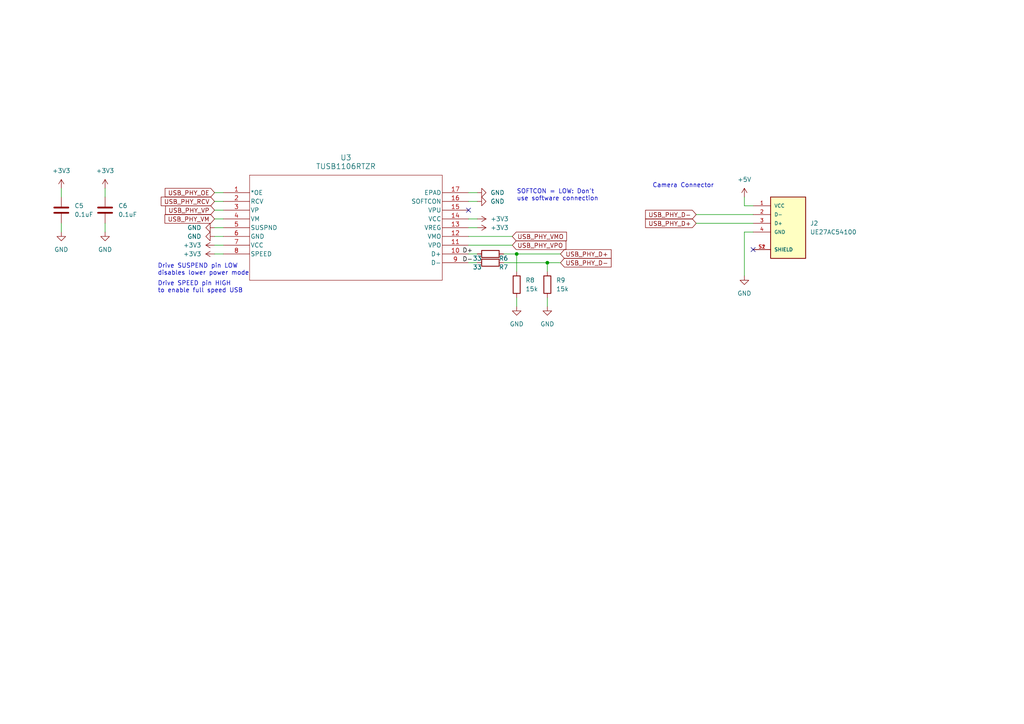
<source format=kicad_sch>
(kicad_sch (version 20231120) (generator "eeschema") (generator_version "8.0")
  (paper "A4")
  (lib_symbols
    (symbol "Device:C" (pin_numbers hide) (pin_names (offset 0.254))
      (property "Reference" "C" (at 0.635 2.54 0))
      (property "Value" "C" (at 0.635 -2.54 0))
      (symbol "C_0_1"
        (polyline (pts (xy -2.032 -0.762) (xy 2.032 -0.762)) (stroke (width 0.508)))
        (polyline (pts (xy -2.032 0.762) (xy 2.032 0.762)) (stroke (width 0.508)))
      )
      (symbol "C_1_1"
        (pin passive line (at 0 3.81 270) (length 2.794) (name "~") (number "1"))
        (pin passive line (at 0 -3.81 90) (length 2.794) (name "~") (number "2"))
      )
    )
    (symbol "Device:R" (pin_numbers hide) (pin_names (offset 0))
      (property "Reference" "R" (at 2.032 0 90))
      (property "Value" "R" (at 0 0 90))
      (symbol "R_0_1"
        (rectangle (start -1.016 -2.54) (end 1.016 2.54) (stroke (width 0.254)))
      )
      (symbol "R_1_1"
        (pin passive line (at 0 3.81 270) (length 1.27) (name "~") (number "1"))
        (pin passive line (at 0 -3.81 90) (length 1.27) (name "~") (number "2"))
      )
    )
    (symbol "TUSB1106RTZR:TUSB1106RTZR" (pin_names (offset 0.254))
      (property "Reference" "U" (at 35.56 10.16 0))
      (property "Value" "TUSB1106RTZR" (at 35.56 7.62 0))
      (symbol "TUSB1106RTZR_0_1"
        (polyline (pts (xy 7.62 -25.4) (xy 63.5 -25.4)) (stroke (width 0.127)))
        (polyline (pts (xy 7.62 5.08) (xy 7.62 -25.4)) (stroke (width 0.127)))
        (polyline (pts (xy 63.5 -25.4) (xy 63.5 5.08)) (stroke (width 0.127)))
        (polyline (pts (xy 63.5 5.08) (xy 7.62 5.08)) (stroke (width 0.127)))
        (pin input line (at 0 0 0) (length 7.62) (name "*OE") (number "1"))
        (pin bidirectional line (at 71.12 -17.78 180) (length 7.62) (name "D+") (number "10"))
        (pin unspecified line (at 71.12 -15.24 180) (length 7.62) (name "VPO") (number "11"))
        (pin unspecified line (at 71.12 -12.7 180) (length 7.62) (name "VMO") (number "12"))
        (pin power_in line (at 71.12 -10.16 180) (length 7.62) (name "VREG") (number "13"))
        (pin power_in line (at 71.12 -7.62 180) (length 7.62) (name "VCC") (number "14"))
        (pin power_in line (at 71.12 -5.08 180) (length 7.62) (name "VPU") (number "15"))
        (pin input line (at 71.12 -2.54 180) (length 7.62) (name "SOFTCON") (number "16"))
        (pin unspecified line (at 71.12 0 180) (length 7.62) (name "EPAD") (number "17"))
        (pin output line (at 0 -2.54 0) (length 7.62) (name "RCV") (number "2"))
        (pin output line (at 0 -5.08 0) (length 7.62) (name "VP") (number "3"))
        (pin output line (at 0 -7.62 0) (length 7.62) (name "VM") (number "4"))
        (pin input line (at 0 -10.16 0) (length 7.62) (name "SUSPND") (number "5"))
        (pin power_in line (at 0 -12.7 0) (length 7.62) (name "GND") (number "6"))
        (pin power_in line (at 0 -15.24 0) (length 7.62) (name "VCC") (number "7"))
        (pin input line (at 0 -17.78 0) (length 7.62) (name "SPEED") (number "8"))
        (pin bidirectional line (at 71.12 -20.32 180) (length 7.62) (name "D-") (number "9"))
      )
    )
    (symbol "UE27AC54100:UE27AC54100" (pin_names (offset 1.016))
      (property "Reference" "J" (at -5.08 8.89 0))
      (property "Value" "UE27AC54100" (at -5.08 -12.7 0))
      (symbol "UE27AC54100_0_0"
        (rectangle (start -5.08 -10.16) (end 5.08 7.62) (stroke (width 0.254)) (fill (type background)))
        (pin power_in line (at -10.16 5.08 0) (length 5.08) (name "VCC") (number "1"))
        (pin bidirectional line (at -10.16 2.54 0) (length 5.08) (name "D-") (number "2"))
        (pin bidirectional line (at -10.16 0 0) (length 5.08) (name "D+") (number "3"))
        (pin power_in line (at -10.16 -2.54 0) (length 5.08) (name "GND") (number "4"))
        (pin passive line (at -10.16 -7.62 0) (length 5.08) (name "SHIELD") (number "S1"))
        (pin passive line (at -10.16 -7.62 0) (length 5.08) (name "SHIELD") (number "S2"))
      )
    )
    (symbol "power:+3V3" (power) (pin_names (offset 0))
      (property "Value" "+3V3" (at 0 3.556 0))
      (symbol "+3V3_0_1"
        (polyline (pts (xy -0.762 1.27) (xy 0 2.54)))
        (polyline (pts (xy 0 0) (xy 0 2.54)))
        (polyline (pts (xy 0 2.54) (xy 0.762 1.27)))
      )
      (symbol "+3V3_1_1"
        (pin power_in line (at 0 0 90) (length 0) hide (name "+3V3") (number "1"))
      )
    )
    (symbol "power:+5V" (power) (pin_names (offset 0))
      (property "Value" "+5V" (at 0 3.556 0))
      (symbol "+5V_0_1"
        (polyline (pts (xy -0.762 1.27) (xy 0 2.54)))
        (polyline (pts (xy 0 0) (xy 0 2.54)))
        (polyline (pts (xy 0 2.54) (xy 0.762 1.27)))
      )
      (symbol "+5V_1_1"
        (pin power_in line (at 0 0 90) (length 0) hide (name "+5V") (number "1"))
      )
    )
    (symbol "power:GND" (power) (pin_names (offset 0))
      (property "Value" "GND" (at 0 -3.81 0))
      (symbol "GND_0_1"
        (polyline (pts (xy 0 0) (xy 0 -1.27) (xy 1.27 -1.27) (xy 0 -2.54) (xy -1.27 -1.27) (xy 0 -1.27)))
      )
      (symbol "GND_1_1"
        (pin power_in line (at 0 0 270) (length 0) hide (name "GND") (number "1"))
      )
    )
  )
  (junction (at 158.75 76.2))
  (junction (at 149.86 73.66))
  (no_connect (at 218.44 72.39))
  (no_connect (at 135.89 60.96))
  (wire (pts (xy 62.23 66.04) (xy 64.77 66.04)))
  (wire (pts (xy 62.23 68.58) (xy 64.77 68.58)))
  (wire (pts (xy 215.9 59.69) (xy 218.44 59.69)))
  (wire (pts (xy 215.9 67.31) (xy 215.9 80.01)))
  (wire (pts (xy 215.9 67.31) (xy 218.44 67.31)))
  (wire (pts (xy 135.89 58.42) (xy 138.43 58.42)))
  (wire (pts (xy 201.93 64.77) (xy 218.44 64.77)))
  (wire (pts (xy 158.75 76.2) (xy 158.75 78.74)))
  (wire (pts (xy 62.23 71.12) (xy 64.77 71.12)))
  (wire (pts (xy 146.05 73.66) (xy 149.86 73.66)))
  (wire (pts (xy 158.75 86.36) (xy 158.75 88.9)))
  (wire (pts (xy 17.78 64.77) (xy 17.78 67.31)))
  (wire (pts (xy 135.89 68.58) (xy 148.59 68.58)))
  (wire (pts (xy 149.86 73.66) (xy 149.86 78.74)))
  (wire (pts (xy 149.86 73.66) (xy 162.56 73.66)))
  (wire (pts (xy 62.23 55.88) (xy 64.77 55.88)))
  (wire (pts (xy 149.86 86.36) (xy 149.86 88.9)))
  (wire (pts (xy 62.23 60.96) (xy 64.77 60.96)))
  (wire (pts (xy 135.89 71.12) (xy 148.59 71.12)))
  (wire (pts (xy 215.9 57.15) (xy 215.9 59.69)))
  (wire (pts (xy 62.23 58.42) (xy 64.77 58.42)))
  (wire (pts (xy 30.48 54.61) (xy 30.48 57.15)))
  (wire (pts (xy 135.89 73.66) (xy 138.43 73.66)))
  (wire (pts (xy 62.23 63.5) (xy 64.77 63.5)))
  (wire (pts (xy 135.89 63.5) (xy 138.43 63.5)))
  (wire (pts (xy 201.93 62.23) (xy 218.44 62.23)))
  (wire (pts (xy 17.78 54.61) (xy 17.78 57.15)))
  (wire (pts (xy 135.89 76.2) (xy 138.43 76.2)))
  (wire (pts (xy 146.05 76.2) (xy 158.75 76.2)))
  (wire (pts (xy 135.89 66.04) (xy 138.43 66.04)))
  (wire (pts (xy 135.89 55.88) (xy 138.43 55.88)))
  (wire (pts (xy 158.75 76.2) (xy 162.56 76.2)))
  (wire (pts (xy 30.48 64.77) (xy 30.48 67.31)))
  (wire (pts (xy 62.23 73.66) (xy 64.77 73.66)))
  (text "Drive SPEED pin HIGH\nto enable full speed USB" (at 45.72 85.09 0) (effects (font (size 1.27 1.27)) (justify left bottom)))
  (text "Drive SUSPEND pin LOW\ndisables lower power mode" (at 45.72 80.01 0) (effects (font (size 1.27 1.27)) (justify left bottom)))
  (text "Camera Connector" (at 189.23 54.61 0) (effects (font (size 1.27 1.27)) (justify left bottom)))
  (text "SOFTCON = LOW: Don't\nuse software connection" (at 149.86 58.42 0) (effects (font (size 1.27 1.27)) (justify left bottom)))
  (label "D+" (at 137.16 73.66 180))
  (label "D-" (at 137.16 76.2 180))
  (global_label "USB_PHY_D-" (shape input) (at 201.93 62.23 180) (property "Intersheetrefs" "${INTERSHEET_REFS}" (effects (hide yes))))
  (global_label "USB_PHY_OE" (shape input) (at 62.23 55.88 180) (property "Intersheetrefs" "${INTERSHEET_REFS}" (effects (hide yes))))
  (global_label "USB_PHY_D-" (shape input) (at 162.56 76.2 0) (property "Intersheetrefs" "${INTERSHEET_REFS}" (effects (hide yes))))
  (global_label "USB_PHY_D+" (shape input) (at 201.93 64.77 180) (property "Intersheetrefs" "${INTERSHEET_REFS}" (effects (hide yes))))
  (global_label "USB_PHY_RCV" (shape input) (at 62.23 58.42 180) (property "Intersheetrefs" "${INTERSHEET_REFS}" (effects (hide yes))))
  (global_label "USB_PHY_VMO" (shape input) (at 148.59 68.58 0) (property "Intersheetrefs" "${INTERSHEET_REFS}" (effects (hide yes))))
  (global_label "USB_PHY_VP" (shape input) (at 62.23 60.96 180) (property "Intersheetrefs" "${INTERSHEET_REFS}" (effects (hide yes))))
  (global_label "USB_PHY_VM" (shape input) (at 62.23 63.5 180) (property "Intersheetrefs" "${INTERSHEET_REFS}" (effects (hide yes))))
  (global_label "USB_PHY_D+" (shape input) (at 162.56 73.66 0) (property "Intersheetrefs" "${INTERSHEET_REFS}" (effects (hide yes))))
  (global_label "USB_PHY_VPO" (shape input) (at 148.59 71.12 0) (property "Intersheetrefs" "${INTERSHEET_REFS}" (effects (hide yes))))
  (symbol (lib_id "power:GND") (at 62.23 68.58 270) (unit 1)
    (property "Reference" "#PWR021" (effects (hide yes)))
    (property "Value" "GND" (at 58.42 68.58 90) (effects (justify right)))
  )
  (symbol (lib_id "TUSB1106RTZR:TUSB1106RTZR") (at 64.77 55.88 0) (unit 1)
    (property "Reference" "U3" (at 100.33 45.72 0) (effects (font (size 1.524 1.524))))
    (property "Value" "TUSB1106RTZR" (at 100.33 48.26 0) (effects (font (size 1.524 1.524))))
    (property "Footprint" "footprints:Texas_Instruments-TUSB1106RTZR-Manufacturer_Recommended" (effects (hide yes)))
    (property "Datasheet" "TUSB1106RTZR" (effects (hide yes)))
  )
  (symbol (lib_id "power:+3V3") (at 30.48 54.61 0) (unit 1)
    (property "Reference" "#PWR018" (effects (hide yes)))
    (property "Value" "+3V3" (at 30.48 49.53 0))
  )
  (symbol (lib_id "power:GND") (at 62.23 66.04 270) (unit 1)
    (property "Reference" "#PWR020" (effects (hide yes)))
    (property "Value" "GND" (at 58.42 66.04 90) (effects (justify right)))
  )
  (symbol (lib_id "power:+3V3") (at 62.23 71.12 90) (unit 1)
    (property "Reference" "#PWR022" (effects (hide yes)))
    (property "Value" "+3V3" (at 58.42 71.12 90) (effects (justify left)))
  )
  (symbol (lib_id "power:GND") (at 215.9 80.01 0) (unit 1)
    (property "Reference" "#PWR031" (effects (hide yes)))
    (property "Value" "GND" (at 215.9 85.09 0))
  )
  (symbol (lib_id "Device:R") (at 158.75 82.55 0) (unit 1)
    (property "Reference" "R9" (at 161.29 81.28 0) (effects (justify left)))
    (property "Value" "15k" (at 161.29 83.82 0) (effects (justify left)))
    (property "Footprint" "Resistor_SMD:R_0603_1608Metric_Pad0.98x0.95mm_HandSolder" (effects (hide yes)))
  )
  (symbol (lib_id "power:+3V3") (at 138.43 63.5 270) (unit 1)
    (property "Reference" "#PWR026" (effects (hide yes)))
    (property "Value" "+3V3" (at 142.24 63.5 90) (effects (justify left)))
  )
  (symbol (lib_id "power:GND") (at 158.75 88.9 0) (unit 1)
    (property "Reference" "#PWR029" (effects (hide yes)))
    (property "Value" "GND" (at 158.75 93.98 0))
  )
  (symbol (lib_id "power:+3V3") (at 62.23 73.66 90) (unit 1)
    (property "Reference" "#PWR023" (effects (hide yes)))
    (property "Value" "+3V3" (at 58.42 73.66 90) (effects (justify left)))
  )
  (symbol (lib_id "Device:C") (at 17.78 60.96 0) (unit 1)
    (property "Reference" "C5" (at 21.59 59.69 0) (effects (justify left)))
    (property "Value" "0.1uF" (at 21.59 62.23 0) (effects (justify left)))
    (property "Footprint" "Capacitor_SMD:C_0603_1608Metric_Pad1.08x0.95mm_HandSolder" (effects (hide yes)))
  )
  (symbol (lib_id "Device:R") (at 149.86 82.55 0) (unit 1)
    (property "Reference" "R8" (at 152.4 81.28 0) (effects (justify left)))
    (property "Value" "15k" (at 152.4 83.82 0) (effects (justify left)))
    (property "Footprint" "Resistor_SMD:R_0603_1608Metric_Pad0.98x0.95mm_HandSolder" (effects (hide yes)))
  )
  (symbol (lib_id "power:GND") (at 149.86 88.9 0) (unit 1)
    (property "Reference" "#PWR028" (effects (hide yes)))
    (property "Value" "GND" (at 149.86 93.98 0))
  )
  (symbol (lib_id "power:GND") (at 138.43 55.88 90) (unit 1)
    (property "Reference" "#PWR024" (effects (hide yes)))
    (property "Value" "GND" (at 142.24 55.88 90) (effects (justify right)))
  )
  (symbol (lib_id "power:+3V3") (at 17.78 54.61 0) (unit 1)
    (property "Reference" "#PWR016" (effects (hide yes)))
    (property "Value" "+3V3" (at 17.78 49.53 0))
  )
  (symbol (lib_id "Device:R") (at 142.24 73.66 90) (unit 1)
    (property "Reference" "R6" (at 146.05 74.93 90))
    (property "Value" "33" (at 138.43 74.93 90))
    (property "Footprint" "Resistor_SMD:R_0603_1608Metric_Pad0.98x0.95mm_HandSolder" (effects (hide yes)))
  )
  (symbol (lib_id "power:+5V") (at 215.9 57.15 0) (unit 1)
    (property "Reference" "#PWR030" (effects (hide yes)))
    (property "Value" "+5V" (at 215.9 52.07 0))
  )
  (symbol (lib_id "UE27AC54100:UE27AC54100") (at 228.6 64.77 0) (unit 1)
    (property "Reference" "J2" (at 234.95 64.77 0) (effects (justify left)))
    (property "Value" "UE27AC54100" (at 234.95 67.31 0) (effects (justify left)))
    (property "Footprint" "footprints:AMPHENOL_UE27AC54100" (effects (hide yes)))
    (property "Description" "\nConn; Data; USB; Recept; Type A; 4 Pos; PCB Tail; Right Angle; USB Ser. | Amphenol Commercial (Amphenol CS) UE27AC54100\n" (effects (hide yes)))
    (property "MF" "Amphenol" (effects (hide yes)))
    (property "MAXIMUM_PACKAGE_HEIGHT" "7.12mm" (effects (hide yes)))
    (property "Package" "None" (effects (hide yes)))
    (property "Price" "None" (effects (hide yes)))
    (property "Check_prices" "https://www.snapeda.com/parts/UE27AC54100/Amphenol/view-part/?ref=eda" (effects (hide yes)))
    (property "STANDARD" "Manufacturer Recommendations" (effects (hide yes)))
    (property "PARTREV" "E" (effects (hide yes)))
    (property "SnapEDA_Link" "https://www.snapeda.com/parts/UE27AC54100/Amphenol/view-part/?ref=snap" (effects (hide yes)))
    (property "MP" "UE27AC54100" (effects (hide yes)))
    (property "Availability" "In Stock" (effects (hide yes)))
    (property "MANUFACTURER" "Amphenol" (effects (hide yes)))
  )
  (symbol (lib_id "power:GND") (at 138.43 58.42 90) (unit 1)
    (property "Reference" "#PWR025" (effects (hide yes)))
    (property "Value" "GND" (at 142.24 58.42 90) (effects (justify right)))
  )
  (symbol (lib_id "Device:C") (at 30.48 60.96 0) (unit 1)
    (property "Reference" "C6" (at 34.29 59.69 0) (effects (justify left)))
    (property "Value" "0.1uF" (at 34.29 62.23 0) (effects (justify left)))
    (property "Footprint" "Capacitor_SMD:C_0603_1608Metric_Pad1.08x0.95mm_HandSolder" (effects (hide yes)))
  )
  (symbol (lib_id "power:GND") (at 17.78 67.31 0) (unit 1)
    (property "Reference" "#PWR017" (effects (hide yes)))
    (property "Value" "GND" (at 17.78 72.39 0))
  )
  (symbol (lib_id "power:GND") (at 30.48 67.31 0) (unit 1)
    (property "Reference" "#PWR019" (effects (hide yes)))
    (property "Value" "GND" (at 30.48 72.39 0))
  )
  (symbol (lib_id "power:+3V3") (at 138.43 66.04 270) (unit 1)
    (property "Reference" "#PWR027" (effects (hide yes)))
    (property "Value" "+3V3" (at 142.24 66.04 90) (effects (justify left)))
  )
  (symbol (lib_id "Device:R") (at 142.24 76.2 90) (unit 1)
    (property "Reference" "R7" (at 146.05 77.47 90))
    (property "Value" "33" (at 138.43 77.47 90))
    (property "Footprint" "Resistor_SMD:R_0603_1608Metric_Pad0.98x0.95mm_HandSolder" (effects (hide yes)))
  )
)
</source>
